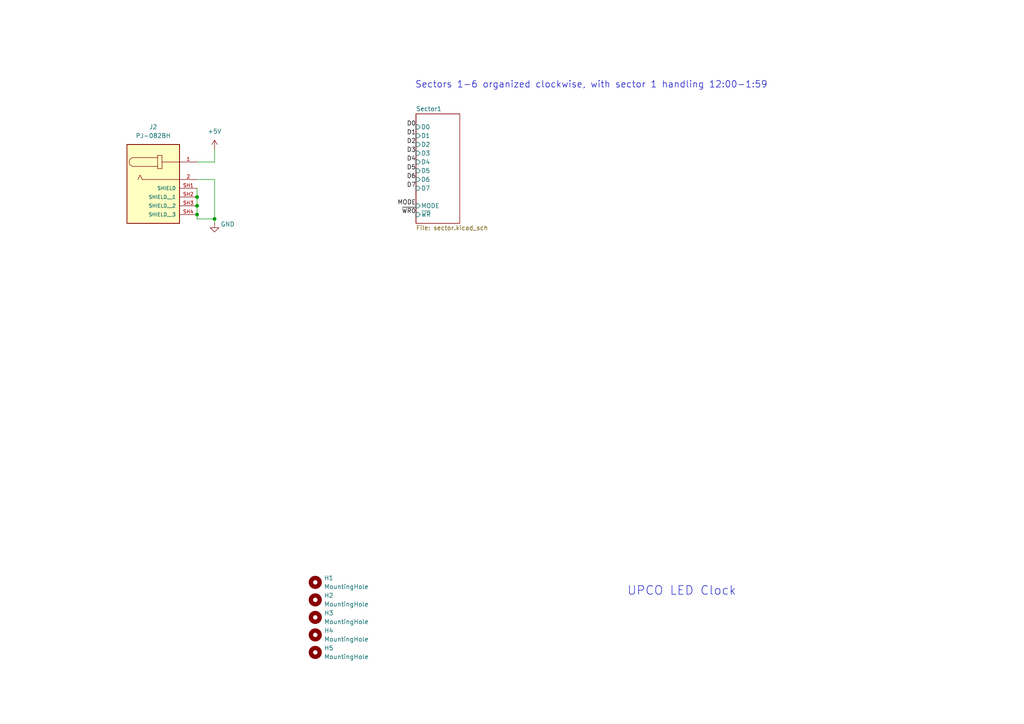
<source format=kicad_sch>
(kicad_sch (version 20250114) (generator "eeschema") (generator_version "9.0")
  (paper "A4")
  (lib_symbols
    (symbol "Mechanical:MountingHole" (pin_names (offset 1.016)) (in_bom no)
      (property "Reference" "H" (at 0 5.08 0))
      (property "Value" "MountingHole" (at 0 3.175 0))
      (symbol "MountingHole_0_1"
        (circle (center 0 0) (radius 1.27) (stroke (width 1.27)))
      )
    )
    (symbol "PJ-082BH:PJ-082BH" (pin_names (offset 1.016))
      (property "Reference" "J" (at -7.62 8.382 0))
      (property "Value" "PJ-082BH" (at -7.62 -17.78 0))
      (symbol "PJ-082BH_0_0"
        (rectangle (start -7.62 -15.24) (end 7.62 7.62) (stroke (width 0.254)) (fill (type background)))
        (polyline (pts (xy -5.715 3.81) (xy 1.27 3.81)) (stroke (width 0.1524)))
        (arc (start -5.715 1.27) (mid -6.9794 2.54) (end -5.715 3.81) (stroke (width 0.1524)))
        (polyline (pts (xy -3.81 -1.27) (xy -4.445 -2.54)) (stroke (width 0.1524)))
        (polyline (pts (xy -3.175 -2.54) (xy -3.81 -1.27)) (stroke (width 0.1524)))
        (polyline (pts (xy 1.27 4.445) (xy 1.27 3.81)) (stroke (width 0.1524)))
        (polyline (pts (xy 1.27 3.81) (xy 1.27 1.27)) (stroke (width 0.1524)))
        (polyline (pts (xy 1.27 1.27) (xy -5.715 1.27)) (stroke (width 0.1524)))
        (polyline (pts (xy 1.27 1.27) (xy 1.27 0.635)) (stroke (width 0.1524)))
        (polyline (pts (xy 1.27 0.635) (xy 2.54 0.635)) (stroke (width 0.1524)))
        (polyline (pts (xy 2.54 4.445) (xy 1.27 4.445)) (stroke (width 0.1524)))
        (polyline (pts (xy 2.54 2.54) (xy 2.54 4.445)) (stroke (width 0.1524)))
        (polyline (pts (xy 2.54 2.54) (xy 7.62 2.54)) (stroke (width 0.1524)))
        (polyline (pts (xy 2.54 0.635) (xy 2.54 2.54)) (stroke (width 0.1524)))
        (polyline (pts (xy 7.62 -2.54) (xy -3.175 -2.54)) (stroke (width 0.1524)))
        (pin passive line (at 12.7 2.54 180) (length 5.08) (name "~") (number "1"))
        (pin passive line (at 12.7 -2.54 180) (length 5.08) (name "~") (number "2"))
        (pin passive line (at 12.7 -5.08 180) (length 5.08) (name "SHIELD") (number "SH1"))
        (pin passive line (at 12.7 -7.62 180) (length 5.08) (name "SHIELD__1") (number "SH2"))
        (pin passive line (at 12.7 -10.16 180) (length 5.08) (name "SHIELD__2") (number "SH3"))
        (pin passive line (at 12.7 -12.7 180) (length 5.08) (name "SHIELD__3") (number "SH4"))
      )
    )
    (symbol "power:+5V" (power) (pin_numbers (hide yes)) (pin_names (offset 0) (hide yes))
      (property "Value" "+5V" (at 0 3.556 0))
      (symbol "+5V_0_1"
        (polyline (pts (xy -0.762 1.27) (xy 0 2.54)))
        (polyline (pts (xy 0 2.54) (xy 0.762 1.27)))
        (polyline (pts (xy 0 0) (xy 0 2.54)))
      )
      (symbol "+5V_1_1"
        (pin power_in line (at 0 0 90) (length 0) (name "~") (number "1"))
      )
    )
    (symbol "power:GND" (power) (pin_numbers (hide yes)) (pin_names (offset 0) (hide yes))
      (property "Value" "GND" (at 0 -3.81 0))
      (symbol "GND_0_1"
        (polyline (pts (xy 0 0) (xy 0 -1.27) (xy 1.27 -1.27) (xy 0 -2.54) (xy -1.27 -1.27) (xy 0 -1.27)))
      )
      (symbol "GND_1_1"
        (pin power_in line (at 0 0 270) (length 0) (name "~") (number "1"))
      )
    )
  )
  (text "Sectors 1-6 organized clockwise, with sector 1 handling 12:00-1:59" (at 120.396 24.638 0) (effects (font (size 1.905 1.905)) (justify left)))
  (text "UPCO LED Clock" (at 181.864 171.45 0) (effects (font (size 2.54 2.54)) (justify left)))
  (junction (at 62.23 63.5))
  (junction (at 57.15 62.23))
  (junction (at 57.15 59.69))
  (junction (at 57.15 57.15))
  (wire (pts (xy 57.15 54.61) (xy 57.15 57.15)))
  (wire (pts (xy 57.15 57.15) (xy 57.15 59.69)))
  (wire (pts (xy 62.23 63.5) (xy 62.23 64.77)))
  (wire (pts (xy 57.15 63.5) (xy 62.23 63.5)))
  (wire (pts (xy 62.23 46.99) (xy 62.23 43.18)))
  (wire (pts (xy 57.15 62.23) (xy 57.15 63.5)))
  (wire (pts (xy 57.15 46.99) (xy 62.23 46.99)))
  (wire (pts (xy 62.23 52.07) (xy 62.23 63.5)))
  (wire (pts (xy 57.15 52.07) (xy 62.23 52.07)))
  (wire (pts (xy 57.15 59.69) (xy 57.15 62.23)))
  (label "D0" (at 120.65 36.83 180))
  (label "D5" (at 120.65 49.53 180))
  (label "D2" (at 120.65 41.91 180))
  (label "~{WR0}" (at 120.65 62.23 180))
  (label "D7" (at 120.65 54.61 180))
  (label "D6" (at 120.65 52.07 180))
  (label "D4" (at 120.65 46.99 180))
  (label "D3" (at 120.65 44.45 180))
  (label "D1" (at 120.65 39.37 180))
  (label "MODE" (at 120.65 59.69 180))
  (symbol (lib_id "Mechanical:MountingHole") (at 91.44 168.91 0) (unit 1) (in_bom no)
    (property "Reference" "H1" (at 93.98 167.6399 0) (effects (justify left)))
    (property "Value" "MountingHole" (at 93.98 170.1799 0) (effects (justify left)))
    (property "Footprint" "MountingHole:MountingHole_4.3mm_M4" (effects (hide yes)))
    (property "Description" "Mounting Hole without connection" (effects (hide yes)))
  )
  (symbol (lib_id "power:+5V") (at 62.23 43.18 0) (unit 1)
    (property "Reference" "#PWR024" (effects (hide yes)))
    (property "Value" "+5V" (at 62.23 38.1 0))
    (property "Description" "Power symbol creates a global label with name \"+5V\"" (effects (hide yes)))
  )
  (symbol (lib_id "PJ-082BH:PJ-082BH") (at 44.45 49.53 0) (unit 1)
    (property "Reference" "J2" (at 44.45 36.83 0))
    (property "Value" "PJ-082BH" (at 44.45 39.37 0))
    (property "Footprint" "my_BJack:SAMESKY_PJ-082BH" (effects (hide yes)))
    (property "PARTREV" "1.06" (effects (hide yes)))
    (property "STANDARD" "Manufacturer Recommendations" (effects (hide yes)))
    (property "MAXIMUM_PACKAGE_HEIGHT" "10.5mm" (effects (hide yes)))
    (property "MANUFACTURER" "Same Sky" (effects (hide yes)))
  )
  (symbol (lib_id "power:GND") (at 62.23 64.77 0) (unit 1)
    (property "Reference" "#PWR025" (effects (hide yes)))
    (property "Value" "GND" (at 66.04 65.024 0))
    (property "Description" "Power symbol creates a global label with name \"GND\" , ground" (effects (hide yes)))
  )
  (symbol (lib_id "Mechanical:MountingHole") (at 91.44 179.07 0) (unit 1) (in_bom no)
    (property "Reference" "H3" (at 93.98 177.7999 0) (effects (justify left)))
    (property "Value" "MountingHole" (at 93.98 180.3399 0) (effects (justify left)))
    (property "Footprint" "MountingHole:MountingHole_4.3mm_M4" (effects (hide yes)))
    (property "Description" "Mounting Hole without connection" (effects (hide yes)))
  )
  (symbol (lib_id "Mechanical:MountingHole") (at 91.44 189.23 0) (unit 1) (in_bom no)
    (property "Reference" "H5" (at 93.98 187.9599 0) (effects (justify left)))
    (property "Value" "MountingHole" (at 93.98 190.4999 0) (effects (justify left)))
    (property "Footprint" "MountingHole:MountingHole_4.3mm_M4" (effects (hide yes)))
    (property "Description" "Mounting Hole without connection" (effects (hide yes)))
  )
  (symbol (lib_id "Mechanical:MountingHole") (at 91.44 173.99 0) (unit 1) (in_bom no)
    (property "Reference" "H2" (at 93.98 172.7199 0) (effects (justify left)))
    (property "Value" "MountingHole" (at 93.98 175.2599 0) (effects (justify left)))
    (property "Footprint" "MountingHole:MountingHole_4.3mm_M4" (effects (hide yes)))
    (property "Description" "Mounting Hole without connection" (effects (hide yes)))
  )
  (symbol (lib_id "Mechanical:MountingHole") (at 91.44 184.15 0) (unit 1) (in_bom no)
    (property "Reference" "H4" (at 93.98 182.8799 0) (effects (justify left)))
    (property "Value" "MountingHole" (at 93.98 185.4199 0) (effects (justify left)))
    (property "Footprint" "MountingHole:MountingHole_4.3mm_M4" (effects (hide yes)))
    (property "Description" "Mounting Hole without connection" (effects (hide yes)))
  )
  (sheet (at 120.65 33.02) (size 12.7 31.75) (stroke (width 0.1524))
    (property "Sheetname" "Sector1" (at 120.65 32.3084 0) (effects (justify left bottom)))
    (property "Sheetfile" "sector.kicad_sch" (at 120.65 65.3546 0) (effects (justify left top)))
    (pin "D0" input (at 120.65 36.83 180))
    (pin "D1" input (at 120.65 39.37 180))
    (pin "D2" input (at 120.65 41.91 180))
    (pin "D3" input (at 120.65 44.45 180))
    (pin "D4" input (at 120.65 46.99 180))
    (pin "D5" input (at 120.65 49.53 180))
    (pin "D6" input (at 120.65 52.07 180))
    (pin "D7" input (at 120.65 54.61 180))
    (pin "MODE" input (at 120.65 59.69 180))
    (pin "~{WR}" input (at 120.65 62.23 180))
  )
)
</source>
